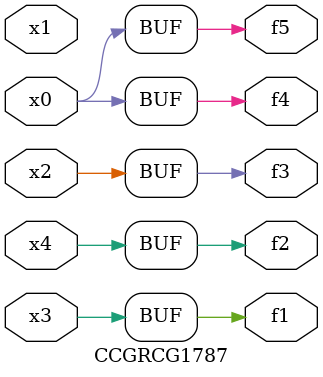
<source format=v>
module CCGRCG1787(
	input x0, x1, x2, x3, x4,
	output f1, f2, f3, f4, f5
);
	assign f1 = x3;
	assign f2 = x4;
	assign f3 = x2;
	assign f4 = x0;
	assign f5 = x0;
endmodule

</source>
